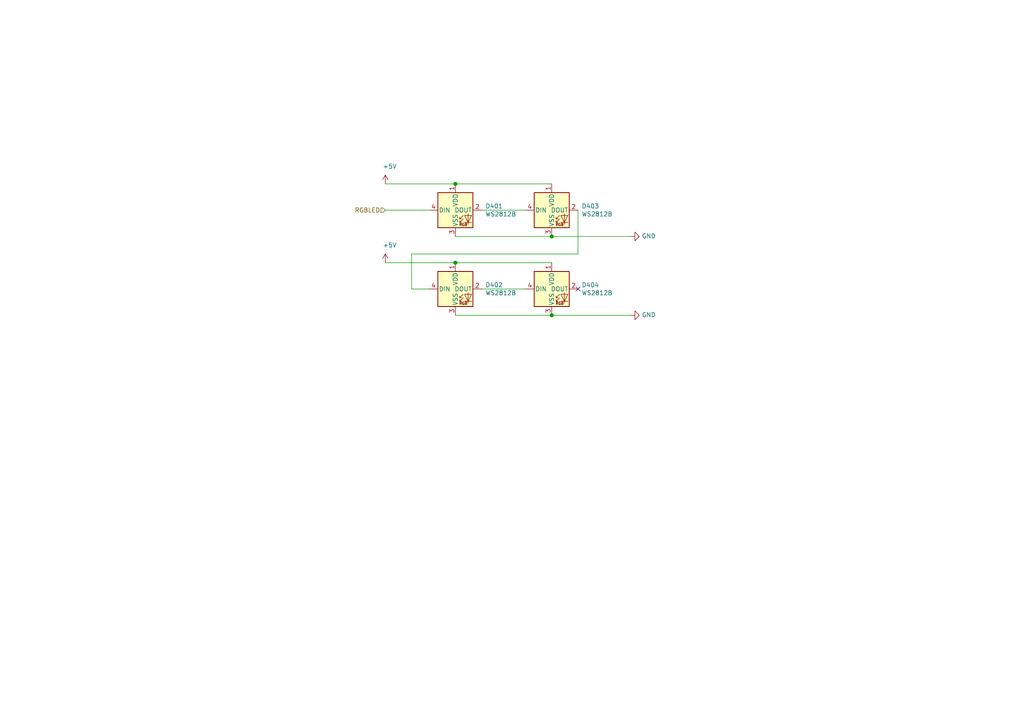
<source format=kicad_sch>
(kicad_sch (version 20211123) (generator eeschema)
  (paper "A4")
  (lib_symbols
    (symbol "LED:WS2812B" (pin_names (offset 0.254))
      (property "Reference" "D" (at 5.08 5.715 0))
      (property "Value" "WS2812B" (at 1.27 -5.715 0))
      (symbol "WS2812B_0_0"
        (text "RGB" (at 2.286 -4.191 0) (effects (font (size 0.762 0.762))))
      )
      (symbol "WS2812B_0_1"
        (polyline (pts (xy 1.27 -3.556) (xy 1.778 -3.556)))
        (polyline (pts (xy 1.27 -2.54) (xy 1.778 -2.54)))
        (polyline (pts (xy 4.699 -3.556) (xy 2.667 -3.556)))
        (polyline (pts (xy 2.286 -2.54) (xy 1.27 -3.556) (xy 1.27 -3.048)))
        (polyline (pts (xy 2.286 -1.524) (xy 1.27 -2.54) (xy 1.27 -2.032)))
        (polyline (pts (xy 3.683 -1.016) (xy 3.683 -3.556) (xy 3.683 -4.064)))
        (polyline (pts (xy 4.699 -1.524) (xy 2.667 -1.524) (xy 3.683 -3.556) (xy 4.699 -1.524)))
        (rectangle (start 5.08 5.08) (end -5.08 -5.08) (stroke (width 0.254)) (fill (type background)))
      )
      (symbol "WS2812B_1_1"
        (pin power_in line (at 0 7.62 270) (length 2.54) (name "VDD") (number "1"))
        (pin output line (at 7.62 0 180) (length 2.54) (name "DOUT") (number "2"))
        (pin power_in line (at 0 -7.62 90) (length 2.54) (name "VSS") (number "3"))
        (pin input line (at -7.62 0 0) (length 2.54) (name "DIN") (number "4"))
      )
    )
    (symbol "power:+5V" (power) (pin_names (offset 0))
      (property "Value" "+5V" (at 0 3.556 0))
      (symbol "+5V_0_1"
        (polyline (pts (xy -0.762 1.27) (xy 0 2.54)))
        (polyline (pts (xy 0 0) (xy 0 2.54)))
        (polyline (pts (xy 0 2.54) (xy 0.762 1.27)))
      )
      (symbol "+5V_1_1"
        (pin power_in line (at 0 0 90) (length 0) hide (name "+5V") (number "1"))
      )
    )
    (symbol "power:GND" (power) (pin_names (offset 0))
      (property "Value" "GND" (at 0 -3.81 0))
      (symbol "GND_0_1"
        (polyline (pts (xy 0 0) (xy 0 -1.27) (xy 1.27 -1.27) (xy 0 -2.54) (xy -1.27 -1.27) (xy 0 -1.27)))
      )
      (symbol "GND_1_1"
        (pin power_in line (at 0 0 270) (length 0) hide (name "GND") (number "1"))
      )
    )
  )
  (junction (at 160.02 68.58) (diameter 1.016))
  (junction (at 132.08 76.2) (diameter 1.016))
  (junction (at 160.02 91.44) (diameter 1.016))
  (junction (at 132.08 53.34) (diameter 1.016))
  (no_connect (at 167.64 83.82))
  (wire (pts (xy 119.38 73.66) (xy 119.38 83.82)))
  (wire (pts (xy 139.7 83.82) (xy 152.4 83.82)))
  (wire (pts (xy 160.02 76.2) (xy 132.08 76.2)))
  (wire (pts (xy 132.08 91.44) (xy 160.02 91.44)))
  (wire (pts (xy 119.38 83.82) (xy 124.46 83.82)))
  (wire (pts (xy 139.7 60.96) (xy 152.4 60.96)))
  (wire (pts (xy 160.02 68.58) (xy 132.08 68.58)))
  (wire (pts (xy 132.08 53.34) (xy 160.02 53.34)))
  (wire (pts (xy 111.76 53.34) (xy 132.08 53.34)))
  (wire (pts (xy 167.64 73.66) (xy 119.38 73.66)))
  (wire (pts (xy 167.64 60.96) (xy 167.64 73.66)))
  (wire (pts (xy 182.88 91.44) (xy 160.02 91.44)))
  (wire (pts (xy 111.76 60.96) (xy 124.46 60.96)))
  (wire (pts (xy 182.88 68.58) (xy 160.02 68.58)))
  (wire (pts (xy 111.76 76.2) (xy 132.08 76.2)))
  (hierarchical_label "RGBLED" (shape input) (at 111.76 60.96 180))
  (symbol (lib_id "power:+5V") (at 111.76 76.2 0) (unit 1)
    (property "Reference" "#PWR0120" (effects hide))
    (property "Value" "+5V" (at 113.03 71.12 0))
  )
  (symbol (lib_id "LED:WS2812B") (at 160.02 83.82 0) (unit 1)
    (property "Reference" "D404" (at 168.6814 82.6516 0) (effects (justify left)))
    (property "Value" "WS2812B" (at 168.6814 84.963 0) (effects (justify left)))
    (property "Footprint" "LED_SMD:LED_WS2812B_PLCC4_5.0x5.0mm_P3.2mm" (effects hide))
    (property "Datasheet" "https://datasheet.lcsc.com/szlcsc/Worldsemi-WS2812B_C114585.pdf" (effects hide))
    (property "PartNr" "C114585" (effects hide))
  )
  (symbol (lib_id "power:GND") (at 182.88 91.44 90) (unit 1)
    (property "Reference" "#PWR0404" (effects hide))
    (property "Value" "GND" (at 186.1312 91.313 90) (effects (justify right)))
  )
  (symbol (lib_id "power:GND") (at 182.88 68.58 90) (unit 1)
    (property "Reference" "#PWR0403" (effects hide))
    (property "Value" "GND" (at 186.1312 68.453 90) (effects (justify right)))
  )
  (symbol (lib_id "power:+5V") (at 111.76 53.34 0) (unit 1)
    (property "Reference" "#PWR0119" (effects hide))
    (property "Value" "+5V" (at 113.03 48.26 0))
  )
  (symbol (lib_id "LED:WS2812B") (at 132.08 83.82 0) (unit 1)
    (property "Reference" "D402" (at 140.7414 82.6516 0) (effects (justify left)))
    (property "Value" "WS2812B" (at 140.7414 84.963 0) (effects (justify left)))
    (property "Footprint" "LED_SMD:LED_WS2812B_PLCC4_5.0x5.0mm_P3.2mm" (effects hide))
    (property "Datasheet" "https://datasheet.lcsc.com/szlcsc/Worldsemi-WS2812B_C114585.pdf" (effects hide))
    (property "PartNr" "C114585" (effects hide))
  )
  (symbol (lib_id "LED:WS2812B") (at 160.02 60.96 0) (unit 1)
    (property "Reference" "D403" (at 168.6814 59.7916 0) (effects (justify left)))
    (property "Value" "WS2812B" (at 168.6814 62.103 0) (effects (justify left)))
    (property "Footprint" "LED_SMD:LED_WS2812B_PLCC4_5.0x5.0mm_P3.2mm" (effects hide))
    (property "Datasheet" "https://datasheet.lcsc.com/szlcsc/Worldsemi-WS2812B_C114585.pdf" (effects hide))
    (property "PartNr" "C114585" (effects hide))
  )
  (symbol (lib_id "LED:WS2812B") (at 132.08 60.96 0) (unit 1)
    (property "Reference" "D401" (at 140.7414 59.7916 0) (effects (justify left)))
    (property "Value" "WS2812B" (at 140.7414 62.103 0) (effects (justify left)))
    (property "Footprint" "LED_SMD:LED_WS2812B_PLCC4_5.0x5.0mm_P3.2mm" (effects hide))
    (property "Datasheet" "https://datasheet.lcsc.com/szlcsc/Worldsemi-WS2812B_C114585.pdf" (effects hide))
    (property "PartNr" "C114585" (effects hide))
  )
)
</source>
